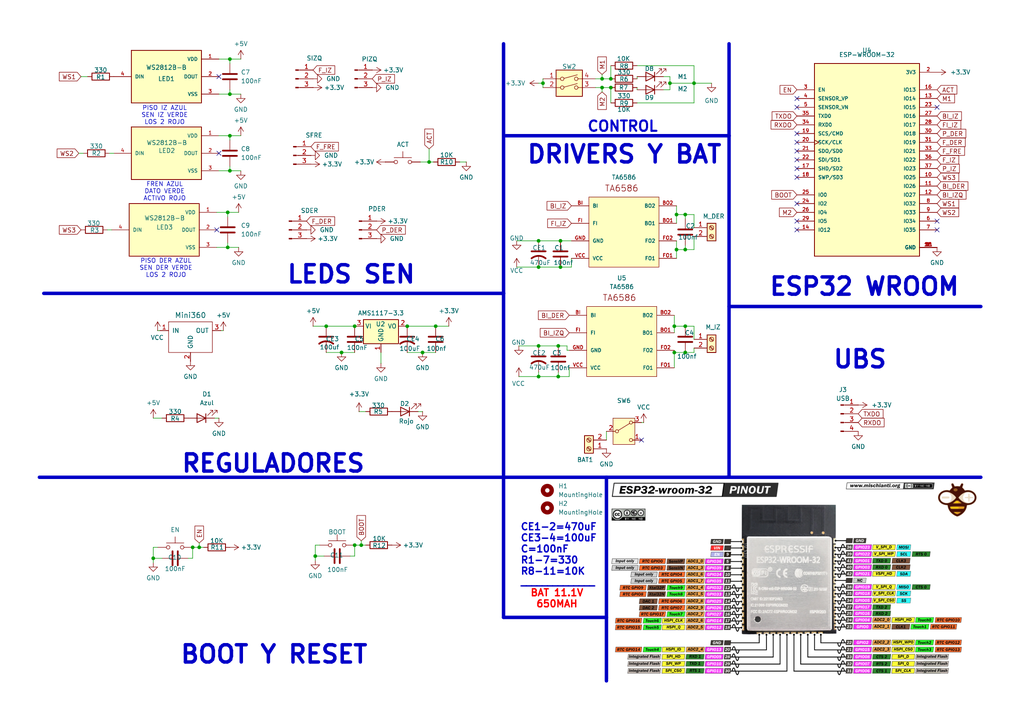
<source format=kicad_sch>
(kicad_sch (version 20250114) (generator "eeschema") (generator_version "9.0")
  (paper "A4")
  (text "PISO DER AZUL\nSEN DER VERDE\nLOS 2 ROJO\n\n" (at 48.133 78.867 0) (effects (font (size 1.27 1.27))))
  (text "DRIVERS Y BAT\n" (at 181.102 44.958 0) (effects (font (size 5 5) (thickness 1) (bold yes))))
  (text "FREN AZUL\nDATO VERDE\nACTIVO ROJO\n" (at 47.752 55.626 0) (effects (font (size 1.27 1.27))))
  (text "BOOT Y RESET\n" (at 79.502 189.992 0) (effects (font (size 5 5) (thickness 1) (bold yes))))
  (text "CE1-2=470uF\nCE3-4=100uF\nC=100nF\nR1-7=330\nR8-11=10K\n______________\n" (at 150.876 161.036 0) (effects (font (size 2 2) (thickness 0.4) (bold yes)) (justify left)))
  (text "CONTROL" (at 180.594 36.83 0) (effects (font (size 3 3) (thickness 0.6) (bold yes))))
  (text "LEDS SEN\n" (at 101.854 79.756 0) (effects (font (size 5 5) (thickness 1) (bold yes))))
  (text "UBS" (at 249.428 104.394 0) (effects (font (size 5 5) (thickness 1) (bold yes))))
  (text "REGULADORES\n" (at 79.248 134.62 0) (effects (font (size 5 5) (thickness 1) (bold yes))))
  (text "BAT 11.1V\n650MAH\n" (at 161.544 173.736 0) (effects (font (size 2 2) (thickness 0.4) (bold yes))))
  (text "ESP32 WROOM\n" (at 250.698 83.312 0) (effects (font (size 5 5) (thickness 1) (bold yes))))
  (text "PISO IZ AZUL\nSEN IZ VERDE\nLOS 2 ROJO\n\n " (at 47.752 35.56 0) (effects (font (size 1.27 1.27))))
  (junction (at 198.755 102.235))
  (junction (at 94.615 94.615))
  (junction (at 196.215 62.23))
  (junction (at 124.46 46.99))
  (junction (at 118.11 94.615))
  (junction (at 198.755 94.615))
  (junction (at 91.44 161.29))
  (junction (at 57.785 158.75))
  (junction (at 102.87 158.115))
  (junction (at 126.365 94.615))
  (junction (at 198.755 62.23))
  (junction (at 201.295 24.13))
  (junction (at 66.04 71.755))
  (junction (at 162.56 69.85))
  (junction (at 66.675 39.37))
  (junction (at 156.21 77.47))
  (junction (at 195.58 102.235))
  (junction (at 156.21 109.22))
  (junction (at 99.06 102.235))
  (junction (at 102.87 94.615))
  (junction (at 196.215 72.39))
  (junction (at 198.755 72.39))
  (junction (at 55.88 158.75))
  (junction (at 161.925 109.22))
  (junction (at 66.675 17.145))
  (junction (at 156.21 100.33))
  (junction (at 157.48 24.13))
  (junction (at 44.45 161.925))
  (junction (at 66.675 27.305))
  (junction (at 194.31 24.13))
  (junction (at 177.165 25.4))
  (junction (at 162.56 77.47))
  (junction (at 174.625 22.86))
  (junction (at 177.165 22.86))
  (junction (at 156.21 69.85))
  (junction (at 66.04 61.595))
  (junction (at 122.555 102.235))
  (junction (at 161.925 100.33))
  (junction (at 174.625 25.4))
  (junction (at 195.58 94.615))
  (junction (at 104.775 158.115))
  (junction (at 66.675 49.53))
  (no_connect (at 62.865 66.675))
  (no_connect (at 186.055 127.635))
  (no_connect (at 231.14 59.055))
  (no_connect (at 231.14 38.735))
  (no_connect (at 231.14 43.815))
  (no_connect (at 271.78 64.135))
  (no_connect (at 271.78 31.115))
  (no_connect (at 231.14 66.675))
  (no_connect (at 231.14 64.135))
  (no_connect (at 231.14 28.575))
  (no_connect (at 231.14 41.275))
  (no_connect (at 231.14 48.895))
  (no_connect (at 271.78 66.675))
  (no_connect (at 231.14 51.435))
  (no_connect (at 231.14 31.115))
  (no_connect (at 63.5 22.225))
  (no_connect (at 231.14 46.355))
  (no_connect (at 63.5 44.45))
  (wire (pts (xy 45.72 95.885) (xy 46.355 95.885)))
  (polyline (pts (xy 210.82 138.43) (xy 175.895 138.43)) (stroke (width 1) (type solid)))
  (wire (pts (xy 94.615 94.615) (xy 102.87 94.615)))
  (wire (pts (xy 161.925 109.22) (xy 165.1 109.22)))
  (wire (pts (xy 150.495 100.33) (xy 156.21 100.33)))
  (wire (pts (xy 150.495 109.22) (xy 156.21 109.22)))
  (wire (pts (xy 194.31 22.225) (xy 192.405 22.225)))
  (wire (pts (xy 44.45 161.925) (xy 46.99 161.925)))
  (wire (pts (xy 177.165 25.4) (xy 177.165 29.845)))
  (wire (pts (xy 45.72 158.75) (xy 44.45 158.75)))
  (polyline (pts (xy 211.455 88.9) (xy 284.48 88.9)) (stroke (width 1) (type solid)))
  (wire (pts (xy 102.87 161.29) (xy 102.87 158.115)))
  (polyline (pts (xy 12.7 85.09) (xy 146.05 85.09)) (stroke (width 1) (type solid)))
  (wire (pts (xy 101.6 161.29) (xy 102.87 161.29)))
  (polyline (pts (xy 210.82 138.43) (xy 284.48 138.43)) (stroke (width 1) (type solid)))
  (wire (pts (xy 174.625 22.86) (xy 177.165 22.86)))
  (wire (pts (xy 201.295 100.965) (xy 201.295 102.235)))
  (wire (pts (xy 66.675 17.145) (xy 63.5 17.145)))
  (wire (pts (xy 174.625 26.67) (xy 174.625 25.4)))
  (wire (pts (xy 149.86 69.85) (xy 156.21 69.85)))
  (wire (pts (xy 194.31 24.13) (xy 201.295 24.13)))
  (wire (pts (xy 69.85 27.305) (xy 66.675 27.305)))
  (wire (pts (xy 174.625 25.4) (xy 177.165 25.4)))
  (wire (pts (xy 63.5 121.285) (xy 62.23 121.285)))
  (wire (pts (xy 162.56 69.85) (xy 165.735 69.85)))
  (polyline (pts (xy 146.05 12.7) (xy 146.05 85.09)) (stroke (width 1) (type solid)))
  (wire (pts (xy 91.44 161.29) (xy 91.44 162.56)))
  (wire (pts (xy 99.06 102.235) (xy 102.87 102.235)))
  (wire (pts (xy 195.58 91.44) (xy 195.58 94.615)))
  (wire (pts (xy 69.85 17.145) (xy 66.675 17.145)))
  (wire (pts (xy 198.755 62.23) (xy 201.295 62.23)))
  (wire (pts (xy 135.255 46.99) (xy 133.35 46.99)))
  (wire (pts (xy 156.21 109.22) (xy 161.925 109.22)))
  (wire (pts (xy 196.215 72.39) (xy 196.215 74.93)))
  (wire (pts (xy 57.785 158.75) (xy 59.055 158.75)))
  (polyline (pts (xy 146.05 85.09) (xy 146.05 138.43)) (stroke (width 1) (type solid)))
  (wire (pts (xy 156.21 24.13) (xy 157.48 24.13)))
  (wire (pts (xy 124.46 46.99) (xy 125.73 46.99)))
  (wire (pts (xy 44.45 158.75) (xy 44.45 161.925)))
  (wire (pts (xy 165.735 74.93) (xy 165.735 77.47)))
  (wire (pts (xy 102.87 158.115) (xy 104.775 158.115)))
  (wire (pts (xy 22.86 44.45) (xy 24.13 44.45)))
  (wire (pts (xy 195.58 102.235) (xy 195.58 106.68)))
  (wire (pts (xy 64.77 95.885) (xy 64.135 95.885)))
  (wire (pts (xy 184.785 19.05) (xy 201.295 19.05)))
  (wire (pts (xy 172.72 25.4) (xy 174.625 25.4)))
  (polyline (pts (xy 11.43 138.43) (xy 146.05 138.43)) (stroke (width 1) (type solid)))
  (wire (pts (xy 126.365 94.615) (xy 130.175 94.615)))
  (polyline (pts (xy 146.05 138.43) (xy 146.05 179.07)) (stroke (width 1) (type solid)))
  (wire (pts (xy 161.925 100.33) (xy 156.21 100.33)))
  (polyline (pts (xy 211.455 138.43) (xy 211.455 39.37)) (stroke (width 1) (type solid)))
  (wire (pts (xy 175.895 125.095) (xy 175.895 127.635)))
  (wire (pts (xy 196.215 59.69) (xy 196.215 62.23)))
  (wire (pts (xy 118.11 94.615) (xy 126.365 94.615)))
  (wire (pts (xy 124.46 43.18) (xy 124.46 46.99)))
  (wire (pts (xy 92.71 158.115) (xy 91.44 158.115)))
  (wire (pts (xy 198.755 71.12) (xy 198.755 72.39)))
  (wire (pts (xy 196.215 69.85) (xy 196.215 72.39)))
  (wire (pts (xy 192.405 26.035) (xy 194.31 26.035)))
  (wire (pts (xy 194.31 26.035) (xy 194.31 24.13)))
  (wire (pts (xy 66.04 71.755) (xy 62.865 71.755)))
  (wire (pts (xy 44.45 161.925) (xy 44.45 163.195)))
  (polyline (pts (xy 146.05 138.43) (xy 175.895 138.43)) (stroke (width 1) (type solid)))
  (wire (pts (xy 66.675 49.53) (xy 63.5 49.53)))
  (wire (pts (xy 66.675 27.305) (xy 63.5 27.305)))
  (wire (pts (xy 94.615 102.235) (xy 99.06 102.235)))
  (wire (pts (xy 66.675 48.26) (xy 66.675 49.53)))
  (wire (pts (xy 91.44 161.29) (xy 93.98 161.29)))
  (wire (pts (xy 157.48 22.86) (xy 157.48 24.13)))
  (wire (pts (xy 172.72 22.86) (xy 174.625 22.86)))
  (wire (pts (xy 198.755 102.235) (xy 201.295 102.235)))
  (wire (pts (xy 55.88 161.925) (xy 55.88 158.75)))
  (wire (pts (xy 184.785 22.225) (xy 184.785 22.86)))
  (wire (pts (xy 156.21 77.47) (xy 162.56 77.47)))
  (wire (pts (xy 195.58 101.6) (xy 195.58 102.235)))
  (wire (pts (xy 69.85 39.37) (xy 66.675 39.37)))
  (wire (pts (xy 201.295 66.04) (xy 201.295 62.23)))
  (wire (pts (xy 69.215 61.595) (xy 66.04 61.595)))
  (wire (pts (xy 122.555 119.38) (xy 121.285 119.38)))
  (wire (pts (xy 149.86 77.47) (xy 156.21 77.47)))
  (wire (pts (xy 156.21 69.85) (xy 162.56 69.85)))
  (wire (pts (xy 201.295 98.425) (xy 201.295 94.615)))
  (wire (pts (xy 164.465 100.33) (xy 161.925 100.33)))
  (wire (pts (xy 186.69 122.555) (xy 186.055 122.555)))
  (polyline (pts (xy 175.895 138.43) (xy 175.895 197.485)) (stroke (width 1) (type solid)))
  (wire (pts (xy 55.88 158.75) (xy 57.785 158.75)))
  (wire (pts (xy 198.755 72.39) (xy 201.295 72.39)))
  (wire (pts (xy 54.61 161.925) (xy 55.88 161.925)))
  (wire (pts (xy 184.785 26.035) (xy 184.785 25.4)))
  (wire (pts (xy 69.85 49.53) (xy 66.675 49.53)))
  (wire (pts (xy 91.44 158.115) (xy 91.44 161.29)))
  (wire (pts (xy 201.295 19.05) (xy 201.295 24.13)))
  (wire (pts (xy 177.165 19.05) (xy 177.165 22.86)))
  (wire (pts (xy 174.625 21.59) (xy 174.625 22.86)))
  (wire (pts (xy 196.215 62.23) (xy 198.755 62.23)))
  (wire (pts (xy 66.675 17.145) (xy 66.675 18.415)))
  (wire (pts (xy 66.675 39.37) (xy 63.5 39.37)))
  (wire (pts (xy 156.21 107.95) (xy 156.21 109.22)))
  (wire (pts (xy 201.295 24.13) (xy 201.295 29.845)))
  (wire (pts (xy 194.31 24.13) (xy 194.31 22.225)))
  (wire (pts (xy 196.215 72.39) (xy 198.755 72.39)))
  (wire (pts (xy 201.295 68.58) (xy 201.295 72.39)))
  (wire (pts (xy 66.04 61.595) (xy 62.865 61.595)))
  (wire (pts (xy 195.58 102.235) (xy 198.755 102.235)))
  (wire (pts (xy 104.14 119.38) (xy 106.045 119.38)))
  (wire (pts (xy 23.495 22.225) (xy 25.4 22.225)))
  (wire (pts (xy 66.675 26.035) (xy 66.675 27.305)))
  (wire (pts (xy 196.215 62.23) (xy 196.215 64.77)))
  (wire (pts (xy 118.11 102.235) (xy 122.555 102.235)))
  (wire (pts (xy 198.755 94.615) (xy 201.295 94.615)))
  (wire (pts (xy 69.215 71.755) (xy 66.04 71.755)))
  (wire (pts (xy 57.785 157.48) (xy 57.785 158.75)))
  (wire (pts (xy 104.775 158.115) (xy 106.045 158.115)))
  (wire (pts (xy 104.775 156.845) (xy 104.775 158.115)))
  (wire (pts (xy 66.675 39.37) (xy 66.675 40.64)))
  (wire (pts (xy 164.465 101.6) (xy 164.465 100.33)))
  (wire (pts (xy 66.04 61.595) (xy 66.04 62.865)))
  (wire (pts (xy 165.1 106.68) (xy 165.1 109.22)))
  (wire (pts (xy 195.58 94.615) (xy 195.58 96.52)))
  (wire (pts (xy 198.755 62.23) (xy 198.755 63.5)))
  (wire (pts (xy 184.785 29.845) (xy 201.295 29.845)))
  (wire (pts (xy 110.49 102.235) (xy 110.49 105.41)))
  (wire (pts (xy 206.375 24.13) (xy 201.295 24.13)))
  (polyline (pts (xy 146.05 179.07) (xy 175.895 179.07)) (stroke (width 1) (type solid)))
  (wire (pts (xy 165.1 101.6) (xy 164.465 101.6)))
  (polyline (pts (xy 211.455 12.7) (xy 211.455 39.37)) (stroke (width 1) (type solid)))
  (wire (pts (xy 31.115 66.675) (xy 32.385 66.675)))
  (wire (pts (xy 162.56 77.47) (xy 165.735 77.47)))
  (wire (pts (xy 90.805 94.615) (xy 94.615 94.615)))
  (wire (pts (xy 161.925 107.95) (xy 161.925 109.22)))
  (wire (pts (xy 121.92 46.99) (xy 124.46 46.99)))
  (wire (pts (xy 195.58 94.615) (xy 198.755 94.615)))
  (wire (pts (xy 122.555 102.235) (xy 126.365 102.235)))
  (polyline (pts (xy 146.685 39.37) (xy 211.455 39.37)) (stroke (width 1) (type solid)))
  (wire (pts (xy 66.04 70.485) (xy 66.04 71.755)))
  (wire (pts (xy 44.45 121.285) (xy 46.99 121.285)))
  (wire (pts (xy 157.48 24.13) (xy 157.48 25.4)))
  (wire (pts (xy 31.75 44.45) (xy 33.02 44.45)))
  (image (at 230.3152 167.8889) (scale 0.156342))
  (global_label "BI_DER" (shape input) (at 165.1 91.44 180) (property "Intersheetrefs" "${INTERSHEET_REFS}" (effects (hide yes))))
  (global_label "BOOT" (shape input) (at 104.775 156.845 90) (property "Intersheetrefs" "${INTERSHEET_REFS}" (effects (hide yes))))
  (global_label "FI_IZ" (shape input) (at 165.735 64.77 180) (property "Intersheetrefs" "${INTERSHEET_REFS}" (effects (hide yes))))
  (global_label "F_DER" (shape input) (at 271.78 41.275 0) (property "Intersheetrefs" "${INTERSHEET_REFS}" (effects (hide yes))))
  (global_label "P_IZ" (shape input) (at 107.95 22.86 0) (property "Intersheetrefs" "${INTERSHEET_REFS}" (effects (hide yes))))
  (global_label "BI_IZQ" (shape input) (at 271.78 56.515 0) (property "Intersheetrefs" "${INTERSHEET_REFS}" (effects (hide yes))))
  (global_label "F_FRE" (shape input) (at 271.78 43.815 0) (property "Intersheetrefs" "${INTERSHEET_REFS}" (effects (hide yes))))
  (global_label "M1" (shape input) (at 271.78 28.575 0) (property "Intersheetrefs" "${INTERSHEET_REFS}" (effects (hide yes))))
  (global_label "BOOT" (shape input) (at 231.14 56.515 180) (property "Intersheetrefs" "${INTERSHEET_REFS}" (effects (hide yes))))
  (global_label "M2" (shape input) (at 174.625 26.67 270) (property "Intersheetrefs" "${INTERSHEET_REFS}" (effects (hide yes))))
  (global_label "M2" (shape input) (at 231.14 61.595 180) (property "Intersheetrefs" "${INTERSHEET_REFS}" (effects (hide yes))))
  (global_label "BI_IZQ" (shape input) (at 165.1 96.52 180) (property "Intersheetrefs" "${INTERSHEET_REFS}" (effects (hide yes))))
  (global_label "P_IZ" (shape input) (at 271.78 48.895 0) (property "Intersheetrefs" "${INTERSHEET_REFS}" (effects (hide yes))))
  (global_label "WS3" (shape input) (at 23.495 66.675 180) (property "Intersheetrefs" "${INTERSHEET_REFS}" (effects (hide yes))))
  (global_label "WS3" (shape input) (at 271.78 51.435 0) (property "Intersheetrefs" "${INTERSHEET_REFS}" (effects (hide yes))))
  (global_label "WS1" (shape input) (at 271.78 59.055 0) (property "Intersheetrefs" "${INTERSHEET_REFS}" (effects (hide yes))))
  (global_label "FI_IZ" (shape input) (at 271.78 36.195 0) (property "Intersheetrefs" "${INTERSHEET_REFS}" (effects (hide yes))))
  (global_label "WS1" (shape input) (at 23.495 22.225 180) (property "Intersheetrefs" "${INTERSHEET_REFS}" (effects (hide yes))))
  (global_label "WS2" (shape input) (at 271.78 61.595 0) (property "Intersheetrefs" "${INTERSHEET_REFS}" (effects (hide yes))))
  (global_label "BI_IZ" (shape input) (at 271.78 33.655 0) (property "Intersheetrefs" "${INTERSHEET_REFS}" (effects (hide yes))))
  (global_label "F_IZ" (shape input) (at 271.78 46.355 0) (property "Intersheetrefs" "${INTERSHEET_REFS}" (effects (hide yes))))
  (global_label "RXDO" (shape input) (at 248.92 122.555 0) (property "Intersheetrefs" "${INTERSHEET_REFS}" (effects (hide yes))))
  (global_label "RXDO" (shape input) (at 231.14 36.195 180) (property "Intersheetrefs" "${INTERSHEET_REFS}" (effects (hide yes))))
  (global_label "EN" (shape input) (at 57.785 157.48 90) (property "Intersheetrefs" "${INTERSHEET_REFS}" (effects (hide yes))))
  (global_label "M1" (shape input) (at 174.625 21.59 90) (property "Intersheetrefs" "${INTERSHEET_REFS}" (effects (hide yes))))
  (global_label "F_IZ" (shape input) (at 90.805 20.32 0) (property "Intersheetrefs" "${INTERSHEET_REFS}" (effects (hide yes))))
  (global_label "F_DER" (shape input) (at 88.9 64.135 0) (property "Intersheetrefs" "${INTERSHEET_REFS}" (effects (hide yes))))
  (global_label "ACT" (shape input) (at 271.78 26.035 0) (property "Intersheetrefs" "${INTERSHEET_REFS}" (effects (hide yes))))
  (global_label "P_DER" (shape input) (at 109.22 66.675 0) (property "Intersheetrefs" "${INTERSHEET_REFS}" (effects (hide yes))))
  (global_label "TXDO" (shape input) (at 231.14 33.655 180) (property "Intersheetrefs" "${INTERSHEET_REFS}" (effects (hide yes))))
  (global_label "EN" (shape input) (at 231.14 26.035 180) (property "Intersheetrefs" "${INTERSHEET_REFS}" (effects (hide yes))))
  (global_label "BI_DER" (shape input) (at 271.78 53.975 0) (property "Intersheetrefs" "${INTERSHEET_REFS}" (effects (hide yes))))
  (global_label "P_DER" (shape input) (at 271.78 38.735 0) (property "Intersheetrefs" "${INTERSHEET_REFS}" (effects (hide yes))))
  (global_label "F_FRE" (shape input) (at 90.17 42.545 0) (property "Intersheetrefs" "${INTERSHEET_REFS}" (effects (hide yes))))
  (global_label "WS2" (shape input) (at 22.86 44.45 180) (property "Intersheetrefs" "${INTERSHEET_REFS}" (effects (hide yes))))
  (global_label "TXDO" (shape input) (at 248.92 120.015 0) (property "Intersheetrefs" "${INTERSHEET_REFS}" (effects (hide yes))))
  (global_label "ACT" (shape input) (at 124.46 43.18 90) (property "Intersheetrefs" "${INTERSHEET_REFS}" (effects (hide yes))))
  (global_label "BI_IZ" (shape input) (at 165.735 59.69 180) (property "Intersheetrefs" "${INTERSHEET_REFS}" (effects (hide yes))))
  (symbol (lib_id "power:+3.3V") (at 90.805 25.4 270) (unit 1)
    (property "Reference" "#PWR08" (effects (hide yes)))
    (property "Value" "+3.3V" (at 93.98 25.3999 90) (effects (justify left)))
    (property "Description" "Power symbol creates a global label with name \"+3.3V\"" (effects (hide yes)))
  )
  (symbol (lib_id "Switch:SW_Push") (at 50.8 158.75 0) (unit 1)
    (property "Reference" "SW3" (effects (hide yes)))
    (property "Value" "EN" (at 50.8 153.67 0))
    (property "Footprint" "Button_Switch_SMD:SW_SPST_CK_RS282G05A3" (effects (hide yes)))
    (property "Description" "Push button switch, generic, two pins" (effects (hide yes)))
  )
  (symbol (lib_id "Device:C") (at 66.04 66.675 0) (unit 1)
    (property "Reference" "C9" (at 69.85 65.4049 0) (effects (justify left)))
    (property "Value" "100nF" (at 69.85 67.9449 0) (effects (justify left)))
    (property "Footprint" "Capacitor_SMD:C_0805_2012Metric_Pad1.18x1.45mm_HandSolder" (effects (hide yes)))
    (property "Description" "Unpolarized capacitor" (effects (hide yes)))
  )
  (symbol (lib_id "power:+3.3V") (at 88.9 69.215 270) (unit 1)
    (property "Reference" "#PWR04" (effects (hide yes)))
    (property "Value" "+3.3V" (at 92.075 69.2149 90) (effects (justify left)))
    (property "Description" "Power symbol creates a global label with name \"+3.3V\"" (effects (hide yes)))
  )
  (symbol (lib_id "power:+5V") (at 90.805 94.615 0) (unit 1)
    (property "Reference" "#PWR013" (effects (hide yes)))
    (property "Value" "+5V" (at 90.805 90.17 0))
    (property "Description" "Power symbol creates a global label with name \"+5V\"" (effects (hide yes)))
  )
  (symbol (lib_id "Device:C") (at 126.365 98.425 0) (unit 1)
    (property "Reference" "C6" (at 126.238 98.298 0) (effects (justify left)))
    (property "Value" "100nf" (at 123.698 101.092 0) (effects (justify left)))
    (property "Footprint" "Capacitor_SMD:C_0805_2012Metric_Pad1.18x1.45mm_HandSolder" (effects (hide yes)))
    (property "Description" "Unpolarized capacitor" (effects (hide yes)))
  )
  (symbol (lib_id "Connector:Screw_Terminal_01x02") (at 170.815 130.175 180) (unit 1)
    (property "Reference" "BAT1" (at 172.0851 133.35 0) (effects (justify left)))
    (property "Value" "Screw_Terminal_01x02" (effects (hide yes)))
    (property "Footprint" "Connector_AMASS:AMASS_XT30U-F_1x02_P5.0mm_Vertical" (effects (hide yes)))
    (property "Description" "Generic screw terminal, single row, 01x02, script generated (kicad-library-utils/schlib/autogen/connector/)" (effects (hide yes)))
  )
  (symbol (lib_id "Device:LED") (at 58.42 121.285 180) (unit 1)
    (property "Reference" "D1" (at 60.0075 114.3 0))
    (property "Value" "Azul" (at 60.0075 116.84 0))
    (property "Footprint" "LED_SMD:LED_0805_2012Metric_Pad1.15x1.40mm_HandSolder" (effects (hide yes)))
    (property "Description" "Light emitting diode" (effects (hide yes)))
    (property "Sim.Pins" "1=K 2=A" (effects (hide yes)))
  )
  (symbol (lib_id "Device:C") (at 161.925 104.14 0) (unit 1)
    (property "Reference" "C3" (at 160.147 102.362 0) (effects (justify left)))
    (property "Value" "100nf" (at 159.639 106.68 0) (effects (justify left)))
    (property "Footprint" "Capacitor_SMD:C_0805_2012Metric_Pad1.18x1.45mm_HandSolder" (effects (hide yes)))
    (property "Description" "Unpolarized capacitor" (effects (hide yes)))
  )
  (symbol (lib_id "Device:C") (at 66.675 44.45 0) (unit 1)
    (property "Reference" "C8" (at 69.85 43.1799 0) (effects (justify left)))
    (property "Value" "100nF" (at 69.85 45.7199 0) (effects (justify left)))
    (property "Footprint" "Capacitor_SMD:C_0805_2012Metric_Pad1.18x1.45mm_HandSolder" (effects (hide yes)))
    (property "Description" "Unpolarized capacitor" (effects (hide yes)))
  )
  (symbol (lib_id "Device:R") (at 27.305 66.675 90) (unit 1)
    (property "Reference" "R3" (at 27.432 66.802 90))
    (property "Value" "330" (at 27.178 64.77 90))
    (property "Footprint" "Resistor_SMD:R_0805_2012Metric_Pad1.20x1.40mm_HandSolder" (effects (hide yes)))
    (property "Description" "Resistor" (effects (hide yes)))
  )
  (symbol (lib_id "Device:C_US") (at 118.11 98.425 0) (unit 1)
    (property "Reference" "CE4" (at 117.856 98.298 0) (effects (justify left)))
    (property "Value" "100uF" (at 115.824 101.092 0) (effects (justify left)))
    (property "Footprint" "Capacitor_THT:CP_Radial_D8.0mm_P3.50mm" (effects (hide yes)))
    (property "Description" "capacitor, US symbol" (effects (hide yes)))
  )
  (symbol (lib_id "Device:LED") (at 188.595 26.035 180) (unit 1)
    (property "Reference" "D9" (at 188.341 28.321 0))
    (property "Value" "M2" (at 197.993 25.781 0))
    (property "Footprint" "LED_SMD:LED_0805_2012Metric_Pad1.15x1.40mm_HandSolder" (effects (hide yes)))
    (property "Description" "Light emitting diode" (effects (hide yes)))
    (property "Sim.Pins" "1=K 2=A" (effects (hide yes)))
  )
  (symbol (lib_id "Switch:SW_Push") (at 116.84 46.99 0) (unit 1)
    (property "Reference" "SW1" (effects (hide yes)))
    (property "Value" "ACT" (at 116.84 41.91 0))
    (property "Footprint" "Button_Switch_SMD:SW_SPST_CK_RS282G05A3" (effects (hide yes)))
    (property "Description" "Push button switch, generic, two pins" (effects (hide yes)))
  )
  (symbol (lib_id "Mechanical:MountingHole") (at 158.75 142.24 0) (unit 1) (in_bom no)
    (property "Reference" "H1" (at 161.925 140.9699 0) (effects (justify left)))
    (property "Value" "MountingHole" (at 161.925 143.5099 0) (effects (justify left)))
    (property "Footprint" "MountingHole:MountingHole_2.2mm_M2_ISO7380" (effects (hide yes)))
    (property "Description" "Mounting Hole without connection" (effects (hide yes)))
  )
  (symbol (lib_id "Switch:SW_DIP_x02") (at 165.1 25.4 0) (unit 1)
    (property "Reference" "SW2" (at 165.1 19.304 0))
    (property "Value" "SW_DIP_x02" (effects (hide yes)))
    (property "Footprint" "Button_Switch_SMD:SW_DIP_SPSTx02_Slide_6.7x6.64mm_W8.61mm_P2.54mm_LowProfile" (effects (hide yes)))
    (property "Description" "2x DIP Switch, Single Pole Single Throw (SPST) switch, small symbol" (effects (hide yes)))
  )
  (symbol (lib_id "Device:C") (at 102.87 98.425 0) (unit 1)
    (property "Reference" "C5" (at 102.87 98.298 0) (effects (justify left)))
    (property "Value" "100nF" (at 100.584 100.838 0) (effects (justify left)))
    (property "Footprint" "Capacitor_SMD:C_0805_2012Metric_Pad1.18x1.45mm_HandSolder" (effects (hide yes)))
    (property "Description" "Unpolarized capacitor" (effects (hide yes)))
  )
  (symbol (lib_id "Connector:Conn_01x03_Pin") (at 83.82 66.675 0) (unit 1)
    (property "Reference" "J10" (effects (hide yes)))
    (property "Value" "SDER" (at 89.789 61.087 0))
    (property "Footprint" "Connector_JST:JST_XH_B3B-XH-A_1x03_P2.50mm_Vertical" (effects (hide yes)))
    (property "Description" "Generic connector, single row, 01x03, script generated" (effects (hide yes)))
  )
  (symbol (lib_id "Connector:Conn_01x03_Pin") (at 102.87 22.86 0) (unit 1)
    (property "Reference" "J9" (effects (hide yes)))
    (property "Value" "PIZQ" (at 107.188 17.145 0))
    (property "Footprint" "Connector_JST:JST_XH_B3B-XH-A_1x03_P2.50mm_Vertical" (effects (hide yes)))
    (property "Description" "Generic connector, single row, 01x03, script generated" (effects (hide yes)))
  )
  (symbol (lib_id "power:GND") (at 90.805 22.86 90) (unit 1)
    (property "Reference" "#PWR025" (effects (hide yes)))
    (property "Value" "GND" (at 94.615 22.8599 90) (effects (justify right)))
    (property "Description" "Power symbol creates a global label with name \"GND\" , ground" (effects (hide yes)))
  )
  (symbol (lib_id "TA6586:TA6586") (at 180.975 67.31 0) (unit 1)
    (property "Reference" "U3" (effects (hide yes)))
    (property "Value" "TA6586" (at 180.975 51.435 0))
    (property "Footprint" "TA6586:TA6586-FOOTPRINT" (effects (hide yes)))
    (property "MF" "Wuxi Wisdom Microelectronics Co., Ltd." (effects (hide yes)))
    (property "Description_1" "Monolithic IC designed for driving bi-directional DC motor" (effects (hide yes)))
    (property "Package" "Package" (effects (hide yes)))
    (property "Price" "None" (effects (hide yes)))
    (property "SnapEDA_Link" "https://www.snapeda.com/parts/TA6586/Wuxi/view-part/?ref=snap" (effects (hide yes)))
    (property "MP" "TA6586" (effects (hide yes)))
    (property "Availability" "Not in stock" (effects (hide yes)))
    (property "Check_prices" "https://www.snapeda.com/parts/TA6586/Wuxi/view-part/?ref=eda" (effects (hide yes)))
  )
  (symbol (lib_id "Device:R") (at 109.855 119.38 90) (unit 1)
    (property "Reference" "R5" (at 109.728 119.38 90))
    (property "Value" "330" (at 109.728 117.602 90))
    (property "Footprint" "Resistor_SMD:R_0805_2012Metric_Pad1.20x1.40mm_HandSolder" (effects (hide yes)))
    (property "Description" "Resistor" (effects (hide yes)))
  )
  (symbol (lib_id "Switch:SW_Nidec_CAS-120A1") (at 180.975 125.095 0) (unit 1)
    (property "Reference" "SW6" (at 180.975 116.205 0))
    (property "Value" "SW_Nidec_CAS-120A1" (effects (hide yes)))
    (property "Footprint" "MixLib:SW_Slide-03_P2.54_L9_W4_H7" (effects (hide yes)))
    (property "Datasheet" "https://www.nidec-components.com/e/catalog/switch/cas.pdf" (effects (hide yes)))
    (property "Description" "Switch, single pole double throw" (effects (hide yes)))
  )
  (symbol (lib_id "power:GND") (at 135.255 46.99 0) (unit 1)
    (property "Reference" "#PWR023" (effects (hide yes)))
    (property "Value" "GND" (at 135.255 51.435 0))
    (property "Description" "Power symbol creates a global label with name \"GND\" , ground" (effects (hide yes)))
  )
  (symbol (lib_id "Device:R") (at 180.975 19.05 90) (unit 1)
    (property "Reference" "R8" (at 180.975 19.177 90))
    (property "Value" "10K" (at 180.848 17.018 90))
    (property "Footprint" "Resistor_SMD:R_0805_2012Metric_Pad1.20x1.40mm_HandSolder" (effects (hide yes)))
    (property "Description" "Resistor" (effects (hide yes)))
  )
  (symbol (lib_id "power:GND") (at 149.86 69.85 0) (unit 1)
    (property "Reference" "#PWR022" (effects (hide yes)))
    (property "Value" "GND" (at 149.86 69.088 0))
    (property "Description" "Power symbol creates a global label with name \"GND\" , ground" (effects (hide yes)))
  )
  (symbol (lib_id "power:GND") (at 110.49 105.41 0) (unit 1)
    (property "Reference" "#PWR030" (effects (hide yes)))
    (property "Value" "GND" (at 110.49 109.855 0))
    (property "Description" "Power symbol creates a global label with name \"GND\" , ground" (effects (hide yes)))
  )
  (symbol (lib_id "power:+3.3V") (at 109.22 64.135 270) (unit 1)
    (property "Reference" "#PWR05" (effects (hide yes)))
    (property "Value" "+3.3V" (at 112.395 64.1349 90) (effects (justify left)))
    (property "Description" "Power symbol creates a global label with name \"+3.3V\"" (effects (hide yes)))
  )
  (symbol (lib_id "Device:LED") (at 117.475 119.38 180) (unit 1)
    (property "Reference" "D2" (at 117.348 117.094 0))
    (property "Value" "Rojo" (at 117.856 122.174 0))
    (property "Footprint" "LED_SMD:LED_0805_2012Metric_Pad1.15x1.40mm_HandSolder" (effects (hide yes)))
    (property "Description" "Light emitting diode" (effects (hide yes)))
    (property "Sim.Pins" "1=K 2=A" (effects (hide yes)))
  )
  (symbol (lib_id "power:GND") (at 122.555 102.235 0) (unit 1)
    (property "Reference" "#PWR031" (effects (hide yes)))
    (property "Value" "GND" (at 122.555 106.68 0))
    (property "Description" "Power symbol creates a global label with name \"GND\" , ground" (effects (hide yes)))
  )
  (symbol (lib_id "Device:R") (at 180.975 25.4 90) (unit 1)
    (property "Reference" "R7" (at 180.848 25.4 90))
    (property "Value" "330" (at 180.975 27.813 90))
    (property "Footprint" "Resistor_SMD:R_0805_2012Metric_Pad1.20x1.40mm_HandSolder" (effects (hide yes)))
    (property "Description" "Resistor" (effects (hide yes)))
  )
  (symbol (lib_id "power:+5V") (at 64.77 95.885 0) (unit 1)
    (property "Reference" "#PWR017" (effects (hide yes)))
    (property "Value" "+5V" (at 64.77 91.44 0))
    (property "Description" "Power symbol creates a global label with name \"+5V\"" (effects (hide yes)))
  )
  (symbol (lib_id "WS2812B-B:WS2812B-B") (at 47.625 66.675 0) (unit 1)
    (property "Reference" "LED3" (at 47.752 65.913 0))
    (property "Value" "WS2812B-B" (at 47.752 63.246 0))
    (property "Footprint" "LED_SMD:LED_WS2812B_PLCC4_5.0x5.0mm_P3.2mm" (effects (hide yes)))
    (property "MF" "Worldsemi" (effects (hide yes)))
    (property "Description_1" "Intelligent control LED integrated light source" (effects (hide yes)))
    (property "Package" "Package" (effects (hide yes)))
    (property "Price" "None" (effects (hide yes)))
    (property "Check_prices" "https://www.snapeda.com/parts/WS2812B-B/Worldsemi/view-part/?ref=eda" (effects (hide yes)))
    (property "MAXIMUM_PACKAGE_HIEGHT" "1.62 mm" (effects (hide yes)))
    (property "STANDARD" "Manufacturer Recommendations" (effects (hide yes)))
    (property "PARTREV" "5" (effects (hide yes)))
    (property "SnapEDA_Link" "https://www.snapeda.com/parts/WS2812B-B/Worldsemi/view-part/?ref=snap" (effects (hide yes)))
    (property "MP" "WS2812B-B" (effects (hide yes)))
    (property "Availability" "Not in stock" (effects (hide yes)))
    (property "MANUFACTURER" "Worldsemi" (effects (hide yes)))
  )
  (symbol (lib_id "Device:R") (at 180.975 22.86 90) (unit 1)
    (property "Reference" "R6" (at 180.975 22.987 90))
    (property "Value" "330" (at 180.975 20.955 90))
    (property "Footprint" "Resistor_SMD:R_0805_2012Metric_Pad1.20x1.40mm_HandSolder" (effects (hide yes)))
    (property "Description" "Resistor" (effects (hide yes)))
  )
  (symbol (lib_id "power:+5V") (at 69.215 61.595 0) (unit 1)
    (property "Reference" "#PWR014" (effects (hide yes)))
    (property "Value" "+5V" (at 69.215 57.15 0))
    (property "Description" "Power symbol creates a global label with name \"+5V\"" (effects (hide yes)))
  )
  (symbol (lib_id "power:GND") (at 69.85 27.305 0) (unit 1)
    (property "Reference" "#PWR041" (effects (hide yes)))
    (property "Value" "GND" (at 69.85 31.75 0))
    (property "Description" "Power symbol creates a global label with name \"GND\" , ground" (effects (hide yes)))
  )
  (symbol (lib_id "Device:C_US") (at 156.21 104.14 0) (unit 1)
    (property "Reference" "CE2" (at 154.432 102.362 0) (effects (justify left)))
    (property "Value" "470uF" (at 153.416 106.553 0) (effects (justify left)))
    (property "Footprint" "Capacitor_Tantalum_SMD:CP_EIA-7343-43_Kemet-X" (effects (hide yes)))
    (property "Description" "capacitor, US symbol" (effects (hide yes)))
  )
  (symbol (lib_id "power:+5V") (at 69.85 17.145 0) (unit 1)
    (property "Reference" "#PWR012" (effects (hide yes)))
    (property "Value" "+5V" (at 69.85 12.7 0))
    (property "Description" "Power symbol creates a global label with name \"+5V\"" (effects (hide yes)))
  )
  (symbol (lib_id "Device:C") (at 66.675 22.225 0) (unit 1)
    (property "Reference" "C7" (at 69.85 20.9549 0) (effects (justify left)))
    (property "Value" "100nF" (at 69.85 23.4949 0) (effects (justify left)))
    (property "Footprint" "Capacitor_SMD:C_0805_2012Metric_Pad1.18x1.45mm_HandSolder" (effects (hide yes)))
    (property "Description" "Unpolarized capacitor" (effects (hide yes)))
  )
  (symbol (lib_id "Device:R") (at 180.975 29.845 90) (unit 1)
    (property "Reference" "R9" (at 180.975 29.972 90))
    (property "Value" "10K" (at 180.975 31.75 90))
    (property "Footprint" "Resistor_SMD:R_0805_2012Metric_Pad1.20x1.40mm_HandSolder" (effects (hide yes)))
    (property "Description" "Resistor" (effects (hide yes)))
  )
  (symbol (lib_id "power:GND") (at 55.245 104.775 0) (unit 1)
    (property "Reference" "#PWR029" (effects (hide yes)))
    (property "Value" "GND" (at 55.245 109.22 0))
    (property "Description" "Power symbol creates a global label with name \"GND\" , ground" (effects (hide yes)))
  )
  (symbol (lib_id "Switch:SW_Push") (at 97.79 158.115 0) (unit 1)
    (property "Reference" "SW4" (effects (hide yes)))
    (property "Value" "BOOT" (at 97.79 154.305 0))
    (property "Footprint" "Button_Switch_SMD:SW_SPST_CK_RS282G05A3" (effects (hide yes)))
    (property "Description" "Push button switch, generic, two pins" (effects (hide yes)))
  )
  (symbol (lib_id "power:VCC") (at 45.72 95.885 0) (unit 1)
    (property "Reference" "#PWR046" (effects (hide yes)))
    (property "Value" "VCC" (at 45.593 97.917 0))
    (property "Description" "Power symbol creates a global label with name \"VCC\"" (effects (hide yes)))
  )
  (symbol (lib_id "Device:R") (at 50.8 121.285 90) (unit 1)
    (property "Reference" "R4" (at 50.8 121.412 90))
    (property "Value" "330" (at 50.8 119.38 90))
    (property "Footprint" "LED_SMD:LED_0805_2012Metric_Pad1.15x1.40mm_HandSolder" (effects (hide yes)))
    (property "Description" "Resistor" (effects (hide yes)))
  )
  (symbol (lib_id "power:+3.3V") (at 156.21 24.13 90) (unit 1)
    (property "Reference" "#PWR010" (effects (hide yes)))
    (property "Value" "+3.3V" (at 152.4 24.1299 90) (effects (justify left)))
    (property "Description" "Power symbol creates a global label with name \"+3.3V\"" (effects (hide yes)))
  )
  (symbol (lib_id "Connector:Conn_01x03_Pin") (at 85.725 22.86 0) (unit 1)
    (property "Reference" "J7" (effects (hide yes)))
    (property "Value" "SIZQ" (at 91.186 16.891 0))
    (property "Footprint" "Connector_JST:JST_XH_B3B-XH-A_1x03_P2.50mm_Vertical" (effects (hide yes)))
    (property "Description" "Generic connector, single row, 01x03, script generated" (effects (hide yes)))
  )
  (symbol (lib_id "power:GND") (at 90.17 45.085 90) (unit 1)
    (property "Reference" "#PWR024" (effects (hide yes)))
    (property "Value" "GND" (at 93.98 45.0849 90) (effects (justify right)))
    (property "Description" "Power symbol creates a global label with name \"GND\" , ground" (effects (hide yes)))
  )
  (symbol (lib_id "power:GND") (at 206.375 24.13 0) (unit 1)
    (property "Reference" "#PWR042" (effects (hide yes)))
    (property "Value" "GND" (at 206.375 29.21 0))
    (property "Description" "Power symbol creates a global label with name \"GND\" , ground" (effects (hide yes)))
  )
  (symbol (lib_id "power:GND") (at 175.895 130.175 0) (unit 1)
    (property "Reference" "#PWR021" (effects (hide yes)))
    (property "Value" "GND" (at 175.895 134.62 0))
    (property "Description" "Power symbol creates a global label with name \"GND\" , ground" (effects (hide yes)))
  )
  (symbol (lib_id "power:+5V") (at 69.85 39.37 0) (unit 1)
    (property "Reference" "#PWR015" (effects (hide yes)))
    (property "Value" "+5V" (at 69.85 34.925 0))
    (property "Description" "Power symbol creates a global label with name \"+5V\"" (effects (hide yes)))
  )
  (symbol (lib_id "power:GND") (at 63.5 121.285 0) (unit 1)
    (property "Reference" "#PWR034" (effects (hide yes)))
    (property "Value" "GND" (at 63.5 125.73 0))
    (property "Description" "Power symbol creates a global label with name \"GND\" , ground" (effects (hide yes)))
  )
  (symbol (lib_id "power:+3.3V") (at 90.17 47.625 270) (unit 1)
    (property "Reference" "#PWR06" (effects (hide yes)))
    (property "Value" "+3.3V" (at 93.345 47.6249 90) (effects (justify left)))
    (property "Description" "Power symbol creates a global label with name \"+3.3V\"" (effects (hide yes)))
  )
  (symbol (lib_id "power:GND") (at 248.92 125.095 0) (unit 1)
    (property "Reference" "#PWR037" (effects (hide yes)))
    (property "Value" "GND" (at 248.92 129.54 0))
    (property "Description" "Power symbol creates a global label with name \"GND\" , ground" (effects (hide yes)))
  )
  (symbol (lib_id "power:VCC") (at 186.69 122.555 0) (unit 1)
    (property "Reference" "#PWR043" (effects (hide yes)))
    (property "Value" "VCC" (at 186.69 118.11 0))
    (property "Description" "Power symbol creates a global label with name \"VCC\"" (effects (hide yes)))
  )
  (symbol (lib_id "TA6586:TA6586") (at 180.34 99.06 0) (unit 1)
    (property "Reference" "U5" (at 180.34 80.645 0))
    (property "Value" "TA6586" (at 180.34 83.185 0))
    (property "Footprint" "TA6586:TA6586-FOOTPRINT" (effects (hide yes)))
    (property "MF" "Wuxi Wisdom Microelectronics Co., Ltd." (effects (hide yes)))
    (property "Description_1" "Monolithic IC designed for driving bi-directional DC motor" (effects (hide yes)))
    (property "Package" "Package" (effects (hide yes)))
    (property "Price" "None" (effects (hide yes)))
    (property "SnapEDA_Link" "https://www.snapeda.com/parts/TA6586/Wuxi/view-part/?ref=snap" (effects (hide yes)))
    (property "MP" "TA6586" (effects (hide yes)))
    (property "Availability" "Not in stock" (effects (hide yes)))
    (property "Check_prices" "https://www.snapeda.com/parts/TA6586/Wuxi/view-part/?ref=eda" (effects (hide yes)))
  )
  (symbol (lib_id "power:GND") (at 122.555 119.38 0) (unit 1)
    (property "Reference" "#PWR033" (effects (hide yes)))
    (property "Value" "GND" (at 122.555 123.825 0))
    (property "Description" "Power symbol creates a global label with name \"GND\" , ground" (effects (hide yes)))
  )
  (symbol (lib_id "Connector:Conn_01x03_Pin") (at 85.09 45.085 0) (unit 1)
    (property "Reference" "J8" (effects (hide yes)))
    (property "Value" "SFRE" (at 91.059 39.243 0))
    (property "Footprint" "Connector_JST:JST_XH_B3B-XH-A_1x03_P2.50mm_Vertical" (effects (hide yes)))
    (property "Description" "Generic connector, single row, 01x03, script generated" (effects (hide yes)))
  )
  (symbol (lib_id "Device:R") (at 109.855 158.115 90) (unit 1)
    (property "Reference" "R12" (at 109.982 158.242 90))
    (property "Value" "10K" (at 109.982 156.21 90))
    (property "Footprint" "Resistor_SMD:R_0805_2012Metric_Pad1.20x1.40mm_HandSolder" (effects (hide yes)))
    (property "Description" "Resistor" (effects (hide yes)))
  )
  (symbol (lib_id "power:GND") (at 107.95 25.4 90) (unit 1)
    (property "Reference" "#PWR026" (effects (hide yes)))
    (property "Value" "GND" (at 111.76 25.3999 90) (effects (justify right)))
    (property "Description" "Power symbol creates a global label with name \"GND\" , ground" (effects (hide yes)))
  )
  (symbol (lib_id "power:GND") (at 99.06 102.235 0) (unit 1)
    (property "Reference" "#PWR032" (effects (hide yes)))
    (property "Value" "GND" (at 99.06 106.68 0))
    (property "Description" "Power symbol creates a global label with name \"GND\" , ground" (effects (hide yes)))
  )
  (symbol (lib_id "power:+3.3V") (at 248.92 117.475 270) (unit 1)
    (property "Reference" "#PWR018" (effects (hide yes)))
    (property "Value" "+3.3V" (at 252.73 117.4749 90) (effects (justify left)))
    (property "Description" "Power symbol creates a global label with name \"+3.3V\"" (effects (hide yes)))
  )
  (symbol (lib_id "power:GND") (at 109.22 69.215 90) (unit 1)
    (property "Reference" "#PWR028" (effects (hide yes)))
    (property "Value" "GND" (at 113.03 69.2149 90) (effects (justify right)))
    (property "Description" "Power symbol creates a global label with name \"GND\" , ground" (effects (hide yes)))
  )
  (symbol (lib_id "power:+3.3V") (at 111.76 46.99 90) (unit 1)
    (property "Reference" "#PWR07" (effects (hide yes)))
    (property "Value" "+3.3V" (at 108.585 46.9899 90) (effects (justify left)))
    (property "Description" "Power symbol creates a global label with name \"+3.3V\"" (effects (hide yes)))
  )
  (symbol (lib_id "Device:R") (at 129.54 46.99 90) (unit 1)
    (property "Reference" "R10" (at 129.54 46.99 90))
    (property "Value" "10K" (at 129.54 44.958 90))
    (property "Footprint" "Resistor_SMD:R_0805_2012Metric_Pad1.20x1.40mm_HandSolder" (effects (hide yes)))
    (property "Description" "Resistor" (effects (hide yes)))
  )
  (symbol (lib_id "power:+3.3V") (at 104.14 119.38 0) (unit 1)
    (property "Reference" "#PWR03" (effects (hide yes)))
    (property "Value" "+3.3V" (at 104.14 114.3 0))
    (property "Description" "Power symbol creates a global label with name \"+3.3V\"" (effects (hide yes)))
  )
  (symbol (lib_id "Device:C") (at 198.755 67.31 0) (unit 1)
    (property "Reference" "C2" (at 198.882 65.532 0) (effects (justify left)))
    (property "Value" "100nf" (at 196.723 68.834 0) (effects (justify left)))
    (property "Footprint" "Capacitor_SMD:C_0805_2012Metric_Pad1.18x1.45mm_HandSolder" (effects (hide yes)))
    (property "Description" "Unpolarized capacitor" (effects (hide yes)))
  )
  (symbol (lib_id "Connector:Conn_01x03_Pin") (at 104.14 66.675 0) (unit 1)
    (property "Reference" "J11" (effects (hide yes)))
    (property "Value" "PDER" (at 109.347 60.579 0))
    (property "Footprint" "Connector_JST:JST_XH_B3B-XH-A_1x03_P2.50mm_Vertical" (effects (hide yes)))
    (property "Description" "Generic connector, single row, 01x03, script generated" (effects (hide yes)))
  )
  (symbol (lib_id "WS2812B-B:WS2812B-B") (at 48.26 22.225 0) (unit 1)
    (property "Reference" "LED1" (at 48.26 22.86 0))
    (property "Value" "WS2812B-B" (at 48.26 19.558 0))
    (property "Footprint" "LED_SMD:LED_WS2812B_PLCC4_5.0x5.0mm_P3.2mm" (effects (hide yes)))
    (property "MF" "Worldsemi" (effects (hide yes)))
    (property "Description_1" "Intelligent control LED integrated light source" (effects (hide yes)))
    (property "Package" "Package" (effects (hide yes)))
    (property "Price" "None" (effects (hide yes)))
    (property "Check_prices" "https://www.snapeda.com/parts/WS2812B-B/Worldsemi/view-part/?ref=eda" (effects (hide yes)))
    (property "MAXIMUM_PACKAGE_HIEGHT" "1.62 mm" (effects (hide yes)))
    (property "STANDARD" "Manufacturer Recommendations" (effects (hide yes)))
    (property "PARTREV" "5" (effects (hide yes)))
    (property "SnapEDA_Link" "https://www.snapeda.com/parts/WS2812B-B/Worldsemi/view-part/?ref=snap" (effects (hide yes)))
    (property "MP" "WS2812B-B" (effects (hide yes)))
    (property "Availability" "Not in stock" (effects (hide yes)))
    (property "MANUFACTURER" "Worldsemi" (effects (hide yes)))
  )
  (symbol (lib_id "Device:C_US") (at 156.21 73.66 0) (unit 1)
    (property "Reference" "CE1" (at 154.432 71.882 0) (effects (justify left)))
    (property "Value" "470uF" (at 153.67 76.2 0) (effects (justify left)))
    (property "Footprint" "Capacitor_Tantalum_SMD:CP_EIA-7343-43_Kemet-X" (effects (hide yes)))
    (property "Description" "capacitor, US symbol" (effects (hide yes)))
  )
  (symbol (lib_id "Device:R") (at 27.94 44.45 90) (unit 1)
    (property "Reference" "R2" (at 27.94 44.45 90))
    (property "Value" "330" (at 27.94 42.418 90))
    (property "Footprint" "Resistor_SMD:R_0805_2012Metric_Pad1.20x1.40mm_HandSolder" (effects (hide yes)))
    (property "Description" "Resistor" (effects (hide yes)))
  )
  (symbol (lib_id "power:VCC") (at 149.86 77.47 0) (unit 1)
    (property "Reference" "#PWR045" (effects (hide yes)))
    (property "Value" "VCC" (at 149.86 78.486 0))
    (property "Description" "Power symbol creates a global label with name \"VCC\"" (effects (hide yes)))
  )
  (symbol (lib_id "Device:C") (at 198.755 98.425 0) (unit 1)
    (property "Reference" "C4" (at 198.628 96.52 0) (effects (justify left)))
    (property "Value" "100nf" (at 196.342 103.378 0) (effects (justify left)))
    (property "Footprint" "Capacitor_SMD:C_0805_2012Metric_Pad1.18x1.45mm_HandSolder" (effects (hide yes)))
    (property "Description" "Unpolarized capacitor" (effects (hide yes)))
  )
  (symbol (lib_id "Mechanical:MountingHole") (at 158.75 147.32 0) (unit 1) (in_bom no)
    (property "Reference" "H2" (at 161.925 146.0499 0) (effects (justify left)))
    (property "Value" "MountingHole" (at 161.925 148.5899 0) (effects (justify left)))
    (property "Footprint" "MountingHole:MountingHole_2.2mm_M2_ISO7380" (effects (hide yes)))
    (property "Description" "Mounting Hole without connection" (effects (hide yes)))
  )
  (symbol (lib_id "power:VCC") (at 150.495 109.22 0) (unit 1)
    (property "Reference" "#PWR044" (effects (hide yes)))
    (property "Value" "VCC" (at 150.368 111.252 0))
    (property "Description" "Power symbol creates a global label with name \"VCC\"" (effects (hide yes)))
  )
  (symbol (lib_id "Connector:Screw_Terminal_01x02") (at 206.375 98.425 0) (unit 1)
    (property "Reference" "J4" (effects (hide yes)))
    (property "Value" "M_IZ" (at 204.597 94.869 0) (effects (justify left)))
    (property "Footprint" "Connector_JST:JST_XH_B2B-XH-A_1x02_P2.50mm_Vertical" (effects (hide yes)))
    (property "Description" "Generic screw terminal, single row, 01x02, script generated (kicad-library-utils/schlib/autogen/connector/)" (effects (hide yes)))
  )
  (symbol (lib_id "power:GND") (at 69.85 49.53 0) (unit 1)
    (property "Reference" "#PWR040" (effects (hide yes)))
    (property "Value" "GND" (at 69.85 53.975 0))
    (property "Description" "Power symbol creates a global label with name \"GND\" , ground" (effects (hide yes)))
  )
  (symbol (lib_id "power:+5V") (at 44.45 121.285 0) (unit 1)
    (property "Reference" "#PWR016" (effects (hide yes)))
    (property "Value" "+5V" (at 44.45 116.84 0))
    (property "Description" "Power symbol creates a global label with name \"+5V\"" (effects (hide yes)))
  )
  (symbol (lib_id "Device:C") (at 162.56 73.66 0) (unit 1)
    (property "Reference" "C1" (at 160.782 71.882 0) (effects (justify left)))
    (property "Value" "100nf" (at 160.528 76.2 0) (effects (justify left)))
    (property "Footprint" "Capacitor_SMD:C_0805_2012Metric_Pad1.18x1.45mm_HandSolder" (effects (hide yes)))
    (property "Description" "Unpolarized capacitor" (effects (hide yes)))
  )
  (symbol (lib_id "power:GND") (at 69.215 71.755 0) (unit 1)
    (property "Reference" "#PWR039" (effects (hide yes)))
    (property "Value" "GND" (at 69.215 76.2 0))
    (property "Description" "Power symbol creates a global label with name \"GND\" , ground" (effects (hide yes)))
  )
  (symbol (lib_id "power:+3.3V") (at 107.95 20.32 270) (unit 1)
    (property "Reference" "#PWR09" (effects (hide yes)))
    (property "Value" "+3.3V" (at 111.125 20.3199 90) (effects (justify left)))
    (property "Description" "Power symbol creates a global label with name \"+3.3V\"" (effects (hide yes)))
  )
  (symbol (lib_id "power:GND") (at 150.495 100.33 0) (unit 1)
    (property "Reference" "#PWR020" (effects (hide yes)))
    (property "Value" "GND" (at 150.368 99.314 0))
    (property "Description" "Power symbol creates a global label with name \"GND\" , ground" (effects (hide yes)))
  )
  (symbol (lib_id "power:GND") (at 88.9 66.675 90) (unit 1)
    (property "Reference" "#PWR027" (effects (hide yes)))
    (property "Value" "GND" (at 92.71 66.6749 90) (effects (justify right)))
    (property "Description" "Power symbol creates a global label with name \"GND\" , ground" (effects (hide yes)))
  )
  (symbol (lib_id "Regulator_Linear:AMS1117-3.3") (at 110.49 94.615 0) (unit 1)
    (property "Reference" "U2" (at 110.363 93.98 0))
    (property "Value" "AMS1117-3.3" (at 110.49 90.805 0))
    (property "Footprint" "Package_TO_SOT_SMD:SOT-223-3_TabPin2" (effects (hide yes)))
    (property "Datasheet" "http://www.advanced-monolithic.com/pdf/ds1117.pdf" (effects (hide yes)))
    (property "Description" "1A Low Dropout regulator, positive, 3.3V fixed output, SOT-223" (effects (hide yes)))
  )
  (symbol (lib_id "power:GND") (at 91.44 162.56 0) (unit 1)
    (property "Reference" "#PWR036" (effects (hide yes)))
    (property "Value" "GND" (at 91.44 167.005 0))
    (property "Description" "Power symbol creates a global label with name \"GND\" , ground" (effects (hide yes)))
  )
  (symbol (lib_id "MixLib:Mini360") (at 59.055 99.695 0) (unit 1)
    (property "Reference" "U6" (effects (hide yes)))
    (property "Value" "Mini360" (at 55.245 91.44 0) (effects (font (size 1.524 1.524))))
    (property "Footprint" "MixLib:Mini360_step-down" (effects (hide yes)))
  )
  (symbol (lib_id "Device:C") (at 97.79 161.29 270) (unit 1)
    (property "Reference" "C11" (at 97.663 161.036 90))
    (property "Value" "100nF" (at 97.917 165.227 90))
    (property "Footprint" "Capacitor_SMD:C_0805_2012Metric_Pad1.18x1.45mm_HandSolder" (effects (hide yes)))
    (property "Description" "Unpolarized capacitor" (effects (hide yes)))
  )
  (symbol (lib_id "power:+3.3V") (at 271.78 20.955 270) (unit 1)
    (property "Reference" "#PWR011" (effects (hide yes)))
    (property "Value" "+3.3V" (at 275.59 20.9549 90) (effects (justify left)))
    (property "Description" "Power symbol creates a global label with name \"+3.3V\"" (effects (hide yes)))
  )
  (symbol (lib_id "Device:C") (at 50.8 161.925 270) (unit 1)
    (property "Reference" "C10" (at 50.673 161.671 90))
    (property "Value" "100nF" (at 50.8 164.973 90))
    (property "Footprint" "Capacitor_SMD:C_0805_2012Metric_Pad1.18x1.45mm_HandSolder" (effects (hide yes)))
    (property "Description" "Unpolarized capacitor" (effects (hide yes)))
  )
  (symbol (lib_id "power:GND") (at 271.78 71.755 0) (unit 1)
    (property "Reference" "#PWR038" (effects (hide yes)))
    (property "Value" "GND" (at 271.78 76.2 0))
    (property "Description" "Power symbol creates a global label with name \"GND\" , ground" (effects (hide yes)))
  )
  (symbol (lib_id "Connector:Screw_Terminal_01x02") (at 206.375 66.04 0) (unit 1)
    (property "Reference" "J2" (effects (hide yes)))
    (property "Value" "M_DER" (at 203.835 62.738 0) (effects (justify left)))
    (property "Footprint" "Connector_JST:JST_XH_B2B-XH-A_1x02_P2.50mm_Vertical" (effects (hide yes)))
    (property "Description" "Generic screw terminal, single row, 01x02, script generated (kicad-library-utils/schlib/autogen/connector/)" (effects (hide yes)))
  )
  (symbol (lib_id "ESP-WROOM-32:ESP-WROOM-32") (at 251.46 46.355 0) (unit 1)
    (property "Reference" "U4" (at 251.46 14.605 0))
    (property "Value" "ESP-WROOM-32" (at 251.46 15.875 0))
    (property "Footprint" "ESP32S:MODULE_ESP-WROOM-32" (effects (hide yes)))
    (property "MF" "Espressif Systems" (effects (hide yes)))
    (property "DESCRIPTION" "Module: combo; GPIO, I2C x2, I2S x2, SDIO, SPI x3, UART x3; 19.5dBm" (effects (hide yes)))
    (property "PACKAGE" "Module Espressif Systems" (effects (hide yes)))
    (property "PRICE" "4.57 USD" (effects (hide yes)))
    (property "Package" "Package" (effects (hide yes)))
    (property "Check_prices" "https://www.snapeda.com/parts/ESP-WROOM-32/Espressif+Systems/view-part/?ref=eda" (effects (hide yes)))
    (property "Price" "None" (effects (hide yes)))
    (property "SnapEDA_Link" "https://www.snapeda.com/parts/ESP-WROOM-32/Espressif+Systems/view-part/?ref=snap" (effects (hide yes)))
    (property "MP" "ESP-WROOM-32" (effects (hide yes)))
    (property "Availability" "In Stock" (effects (hide yes)))
    (property "AVAILABILITY" "Warning" (effects (hide yes)))
    (property "Description_1" "ESP-WROOM-32 series Transceiver; 802.11 b/g/n (Wi-Fi, WiFi, WLAN), Bluetooth® Smart 4.x Low Energy (BLE) Evaluation Board" (effects (hide yes)))
  )
  (symbol (lib_id "Connector:Conn_01x04_Pin") (at 243.84 120.015 0) (unit 1)
    (property "Reference" "J3" (at 244.475 113.03 0))
    (property "Value" "USB" (at 244.475 115.57 0))
    (property "Footprint" "Connector_PinHeader_2.54mm:PinHeader_1x04_P2.54mm_Vertical" (effects (hide yes)))
    (property "Description" "Generic connector, single row, 01x04, script generated" (effects (hide yes)))
  )
  (symbol (lib_id "power:+3.3V") (at 66.675 158.75 270) (unit 1)
    (property "Reference" "#PWR02" (effects (hide yes)))
    (property "Value" "+3.3V" (at 69.85 158.7499 90) (effects (justify left)))
    (property "Description" "Power symbol creates a global label with name \"+3.3V\"" (effects (hide yes)))
  )
  (symbol (lib_id "WS2812B-B:WS2812B-B") (at 48.26 44.45 0) (unit 1)
    (property "Reference" "LED2" (at 48.387 43.688 0))
    (property "Value" "WS2812B-B" (at 48.387 41.402 0))
    (property "Footprint" "LED_SMD:LED_WS2812B_PLCC4_5.0x5.0mm_P3.2mm" (effects (hide yes)))
    (property "MF" "Worldsemi" (effects (hide yes)))
    (property "Description_1" "Intelligent control LED integrated light source" (effects (hide yes)))
    (property "Package" "Package" (effects (hide yes)))
    (property "Price" "None" (effects (hide yes)))
    (property "Check_prices" "https://www.snapeda.com/parts/WS2812B-B/Worldsemi/view-part/?ref=eda" (effects (hide yes)))
    (property "MAXIMUM_PACKAGE_HIEGHT" "1.62 mm" (effects (hide yes)))
    (property "STANDARD" "Manufacturer Recommendations" (effects (hide yes)))
    (property "PARTREV" "5" (effects (hide yes)))
    (property "SnapEDA_Link" "https://www.snapeda.com/parts/WS2812B-B/Worldsemi/view-part/?ref=snap" (effects (hide yes)))
    (property "MP" "WS2812B-B" (effects (hide yes)))
    (property "Availability" "Not in stock" (effects (hide yes)))
    (property "MANUFACTURER" "Worldsemi" (effects (hide yes)))
  )
  (symbol (lib_id "Device:R") (at 29.21 22.225 90) (unit 1)
    (property "Reference" "R1" (at 29.21 22.352 90))
    (property "Value" "330" (at 29.21 20.32 90))
    (property "Footprint" "Resistor_SMD:R_0805_2012Metric_Pad1.20x1.40mm_HandSolder" (effects (hide yes)))
    (property "Description" "Resistor" (effects (hide yes)))
  )
  (symbol (lib_id "power:+3.3V") (at 130.175 94.615 0) (unit 1)
    (property "Reference" "#PWR019" (effects (hide yes)))
    (property "Value" "+3.3V" (at 130.175 90.17 0))
    (property "Description" "Power symbol creates a global label with name \"+3.3V\"" (effects (hide yes)))
  )
  (symbol (lib_id "Device:C_US") (at 94.615 98.425 0) (unit 1)
    (property "Reference" "CE3" (at 94.488 98.298 0) (effects (justify left)))
    (property "Value" "100uf" (at 92.71 100.711 0) (effects (justify left)))
    (property "Footprint" "Capacitor_THT:CP_Radial_D8.0mm_P3.50mm" (effects (hide yes)))
    (property "Description" "capacitor, US symbol" (effects (hide yes)))
  )
  (symbol (lib_id "power:GND") (at 44.45 163.195 0) (unit 1)
    (property "Reference" "#PWR035" (effects (hide yes)))
    (property "Value" "GND" (at 44.45 167.64 0))
    (property "Description" "Power symbol creates a global label with name \"GND\" , ground" (effects (hide yes)))
  )
  (symbol (lib_id "power:+3.3V") (at 113.665 158.115 270) (unit 1)
    (property "Reference" "#PWR01" (effects (hide yes)))
    (property "Value" "+3.3V" (at 116.84 158.1149 90) (effects (justify left)))
    (property "Description" "Power symbol creates a global label with name \"+3.3V\"" (effects (hide yes)))
  )
  (symbol (lib_id "Device:R") (at 62.865 158.75 90) (unit 1)
    (property "Reference" "R11" (at 62.992 158.75 90))
    (property "Value" "10K" (at 62.865 156.845 90))
    (property "Footprint" "Resistor_SMD:R_0805_2012Metric_Pad1.20x1.40mm_HandSolder" (effects (hide yes)))
    (property "Description" "Resistor" (effects (hide yes)))
  )
  (symbol (lib_id "Device:LED") (at 188.595 22.225 180) (unit 1)
    (property "Reference" "D8" (at 188.341 19.939 0))
    (property "Value" "M1" (at 197.993 22.225 0))
    (property "Footprint" "LED_SMD:LED_0805_2012Metric_Pad1.15x1.40mm_HandSolder" (effects (hide yes)))
    (property "Description" "Light emitting diode" (effects (hide yes)))
    (property "Sim.Pins" "1=K 2=A" (effects (hide yes)))
  )
)
</source>
